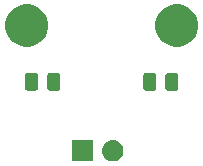
<source format=gbr>
G04 #@! TF.GenerationSoftware,KiCad,Pcbnew,(5.1.2-1)-1*
G04 #@! TF.CreationDate,2019-11-08T10:28:15-05:00*
G04 #@! TF.ProjectId,flow_rate,666c6f77-5f72-4617-9465-2e6b69636164,rev?*
G04 #@! TF.SameCoordinates,Original*
G04 #@! TF.FileFunction,Soldermask,Top*
G04 #@! TF.FilePolarity,Negative*
%FSLAX46Y46*%
G04 Gerber Fmt 4.6, Leading zero omitted, Abs format (unit mm)*
G04 Created by KiCad (PCBNEW (5.1.2-1)-1) date 2019-11-08 10:28:15*
%MOMM*%
%LPD*%
G04 APERTURE LIST*
%ADD10C,0.100000*%
G04 APERTURE END LIST*
D10*
G36*
X210676442Y-50667518D02*
G01*
X210742627Y-50674037D01*
X210912466Y-50725557D01*
X211068991Y-50809222D01*
X211104729Y-50838552D01*
X211206186Y-50921814D01*
X211289448Y-51023271D01*
X211318778Y-51059009D01*
X211402443Y-51215534D01*
X211453963Y-51385373D01*
X211471359Y-51562000D01*
X211453963Y-51738627D01*
X211402443Y-51908466D01*
X211318778Y-52064991D01*
X211289448Y-52100729D01*
X211206186Y-52202186D01*
X211104729Y-52285448D01*
X211068991Y-52314778D01*
X210912466Y-52398443D01*
X210742627Y-52449963D01*
X210676443Y-52456481D01*
X210610260Y-52463000D01*
X210521740Y-52463000D01*
X210455557Y-52456481D01*
X210389373Y-52449963D01*
X210219534Y-52398443D01*
X210063009Y-52314778D01*
X210027271Y-52285448D01*
X209925814Y-52202186D01*
X209842552Y-52100729D01*
X209813222Y-52064991D01*
X209729557Y-51908466D01*
X209678037Y-51738627D01*
X209660641Y-51562000D01*
X209678037Y-51385373D01*
X209729557Y-51215534D01*
X209813222Y-51059009D01*
X209842552Y-51023271D01*
X209925814Y-50921814D01*
X210027271Y-50838552D01*
X210063009Y-50809222D01*
X210219534Y-50725557D01*
X210389373Y-50674037D01*
X210455558Y-50667518D01*
X210521740Y-50661000D01*
X210610260Y-50661000D01*
X210676442Y-50667518D01*
X210676442Y-50667518D01*
G37*
G36*
X208927000Y-52463000D02*
G01*
X207125000Y-52463000D01*
X207125000Y-50661000D01*
X208927000Y-50661000D01*
X208927000Y-52463000D01*
X208927000Y-52463000D01*
G37*
G36*
X215939468Y-44973565D02*
G01*
X215978138Y-44985296D01*
X216013777Y-45004346D01*
X216045017Y-45029983D01*
X216070654Y-45061223D01*
X216089704Y-45096862D01*
X216101435Y-45135532D01*
X216106000Y-45181888D01*
X216106000Y-46258112D01*
X216101435Y-46304468D01*
X216089704Y-46343138D01*
X216070654Y-46378777D01*
X216045017Y-46410017D01*
X216013777Y-46435654D01*
X215978138Y-46454704D01*
X215939468Y-46466435D01*
X215893112Y-46471000D01*
X215241888Y-46471000D01*
X215195532Y-46466435D01*
X215156862Y-46454704D01*
X215121223Y-46435654D01*
X215089983Y-46410017D01*
X215064346Y-46378777D01*
X215045296Y-46343138D01*
X215033565Y-46304468D01*
X215029000Y-46258112D01*
X215029000Y-45181888D01*
X215033565Y-45135532D01*
X215045296Y-45096862D01*
X215064346Y-45061223D01*
X215089983Y-45029983D01*
X215121223Y-45004346D01*
X215156862Y-44985296D01*
X215195532Y-44973565D01*
X215241888Y-44969000D01*
X215893112Y-44969000D01*
X215939468Y-44973565D01*
X215939468Y-44973565D01*
G37*
G36*
X214064468Y-44973565D02*
G01*
X214103138Y-44985296D01*
X214138777Y-45004346D01*
X214170017Y-45029983D01*
X214195654Y-45061223D01*
X214214704Y-45096862D01*
X214226435Y-45135532D01*
X214231000Y-45181888D01*
X214231000Y-46258112D01*
X214226435Y-46304468D01*
X214214704Y-46343138D01*
X214195654Y-46378777D01*
X214170017Y-46410017D01*
X214138777Y-46435654D01*
X214103138Y-46454704D01*
X214064468Y-46466435D01*
X214018112Y-46471000D01*
X213366888Y-46471000D01*
X213320532Y-46466435D01*
X213281862Y-46454704D01*
X213246223Y-46435654D01*
X213214983Y-46410017D01*
X213189346Y-46378777D01*
X213170296Y-46343138D01*
X213158565Y-46304468D01*
X213154000Y-46258112D01*
X213154000Y-45181888D01*
X213158565Y-45135532D01*
X213170296Y-45096862D01*
X213189346Y-45061223D01*
X213214983Y-45029983D01*
X213246223Y-45004346D01*
X213281862Y-44985296D01*
X213320532Y-44973565D01*
X213366888Y-44969000D01*
X214018112Y-44969000D01*
X214064468Y-44973565D01*
X214064468Y-44973565D01*
G37*
G36*
X205939468Y-44973565D02*
G01*
X205978138Y-44985296D01*
X206013777Y-45004346D01*
X206045017Y-45029983D01*
X206070654Y-45061223D01*
X206089704Y-45096862D01*
X206101435Y-45135532D01*
X206106000Y-45181888D01*
X206106000Y-46258112D01*
X206101435Y-46304468D01*
X206089704Y-46343138D01*
X206070654Y-46378777D01*
X206045017Y-46410017D01*
X206013777Y-46435654D01*
X205978138Y-46454704D01*
X205939468Y-46466435D01*
X205893112Y-46471000D01*
X205241888Y-46471000D01*
X205195532Y-46466435D01*
X205156862Y-46454704D01*
X205121223Y-46435654D01*
X205089983Y-46410017D01*
X205064346Y-46378777D01*
X205045296Y-46343138D01*
X205033565Y-46304468D01*
X205029000Y-46258112D01*
X205029000Y-45181888D01*
X205033565Y-45135532D01*
X205045296Y-45096862D01*
X205064346Y-45061223D01*
X205089983Y-45029983D01*
X205121223Y-45004346D01*
X205156862Y-44985296D01*
X205195532Y-44973565D01*
X205241888Y-44969000D01*
X205893112Y-44969000D01*
X205939468Y-44973565D01*
X205939468Y-44973565D01*
G37*
G36*
X204064468Y-44973565D02*
G01*
X204103138Y-44985296D01*
X204138777Y-45004346D01*
X204170017Y-45029983D01*
X204195654Y-45061223D01*
X204214704Y-45096862D01*
X204226435Y-45135532D01*
X204231000Y-45181888D01*
X204231000Y-46258112D01*
X204226435Y-46304468D01*
X204214704Y-46343138D01*
X204195654Y-46378777D01*
X204170017Y-46410017D01*
X204138777Y-46435654D01*
X204103138Y-46454704D01*
X204064468Y-46466435D01*
X204018112Y-46471000D01*
X203366888Y-46471000D01*
X203320532Y-46466435D01*
X203281862Y-46454704D01*
X203246223Y-46435654D01*
X203214983Y-46410017D01*
X203189346Y-46378777D01*
X203170296Y-46343138D01*
X203158565Y-46304468D01*
X203154000Y-46258112D01*
X203154000Y-45181888D01*
X203158565Y-45135532D01*
X203170296Y-45096862D01*
X203189346Y-45061223D01*
X203214983Y-45029983D01*
X203246223Y-45004346D01*
X203281862Y-44985296D01*
X203320532Y-44973565D01*
X203366888Y-44969000D01*
X204018112Y-44969000D01*
X204064468Y-44973565D01*
X204064468Y-44973565D01*
G37*
G36*
X216505331Y-39225711D02*
G01*
X216833092Y-39361474D01*
X217128070Y-39558572D01*
X217378928Y-39809430D01*
X217576026Y-40104408D01*
X217711789Y-40432169D01*
X217781000Y-40780116D01*
X217781000Y-41134884D01*
X217711789Y-41482831D01*
X217576026Y-41810592D01*
X217378928Y-42105570D01*
X217128070Y-42356428D01*
X216833092Y-42553526D01*
X216505331Y-42689289D01*
X216157384Y-42758500D01*
X215802616Y-42758500D01*
X215454669Y-42689289D01*
X215126908Y-42553526D01*
X214831930Y-42356428D01*
X214581072Y-42105570D01*
X214383974Y-41810592D01*
X214248211Y-41482831D01*
X214179000Y-41134884D01*
X214179000Y-40780116D01*
X214248211Y-40432169D01*
X214383974Y-40104408D01*
X214581072Y-39809430D01*
X214831930Y-39558572D01*
X215126908Y-39361474D01*
X215454669Y-39225711D01*
X215802616Y-39156500D01*
X216157384Y-39156500D01*
X216505331Y-39225711D01*
X216505331Y-39225711D01*
G37*
G36*
X203805331Y-39225711D02*
G01*
X204133092Y-39361474D01*
X204428070Y-39558572D01*
X204678928Y-39809430D01*
X204876026Y-40104408D01*
X205011789Y-40432169D01*
X205081000Y-40780116D01*
X205081000Y-41134884D01*
X205011789Y-41482831D01*
X204876026Y-41810592D01*
X204678928Y-42105570D01*
X204428070Y-42356428D01*
X204133092Y-42553526D01*
X203805331Y-42689289D01*
X203457384Y-42758500D01*
X203102616Y-42758500D01*
X202754669Y-42689289D01*
X202426908Y-42553526D01*
X202131930Y-42356428D01*
X201881072Y-42105570D01*
X201683974Y-41810592D01*
X201548211Y-41482831D01*
X201479000Y-41134884D01*
X201479000Y-40780116D01*
X201548211Y-40432169D01*
X201683974Y-40104408D01*
X201881072Y-39809430D01*
X202131930Y-39558572D01*
X202426908Y-39361474D01*
X202754669Y-39225711D01*
X203102616Y-39156500D01*
X203457384Y-39156500D01*
X203805331Y-39225711D01*
X203805331Y-39225711D01*
G37*
M02*

</source>
